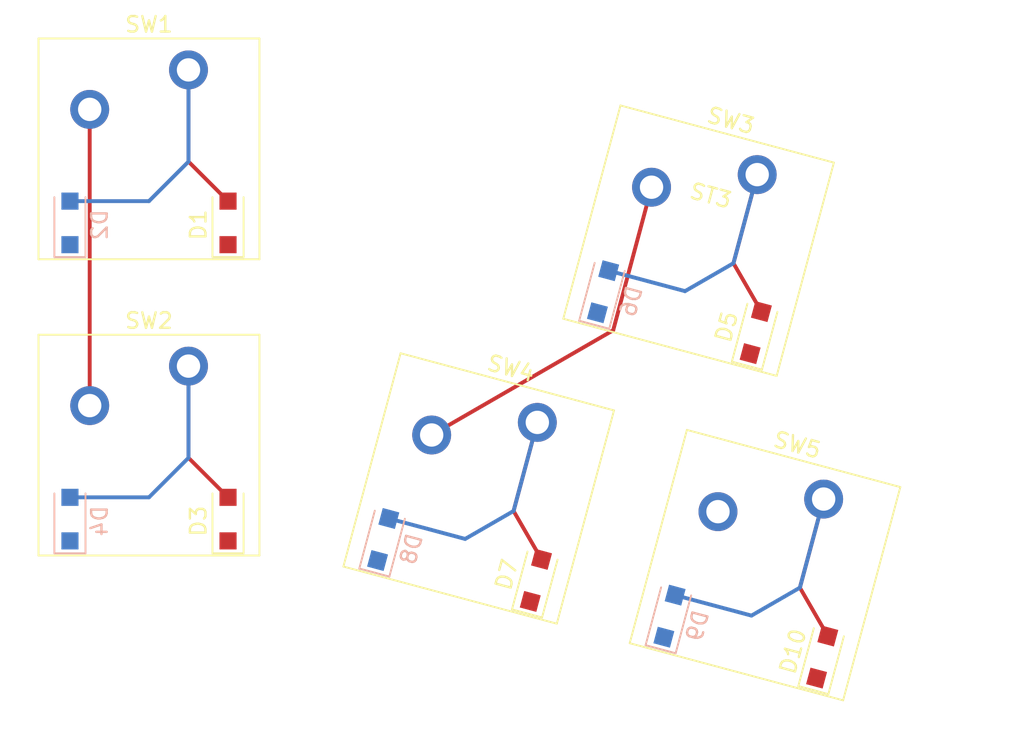
<source format=kicad_pcb>
(kicad_pcb (version 20211014) (generator pcbnew)
  (layers (0 "F.Cu" signal) (31 "B.Cu" signal) (34 "B.Paste" user) (35 "F.Paste" user) (36 "B.SilkS" user "B.Silkscreen") (37 "F.SilkS" user "F.Silkscreen") (38 "B.Mask" user) (39 "F.Mask" user) (44 "Edge.Cuts" user))
  (net 0 "")
  (net 1 "COL0")
  (net 2 "COL1")
  (net 3 "COL2")
  (net 4 "N$1")
  (net 5 "N$2")
  (net 6 "N$3")
  (net 7 "N$4")
  (net 8 "N$5")
  (net 9 "ROW0")
  (net 10 "ROW1")
  (footprint "Diode_SMD:D_SOD-123F" (layer "F.Cu") (at 39.605 39.285 90)
    (fp_text reference "D1" (at -0.127 -1.905 90) (layer "F.SilkS"))
    (fp_text value "D")
    (fp_line (start -2.2 -1) (end 1.65 -1) (layer "F.SilkS") (width 0.12))
    (fp_line (start -2.2 -1) (end -2.2 1) (layer "F.SilkS") (width 0.12))
    (fp_line (start -2.2 1) (end 1.65 1) (layer "F.SilkS") (width 0.12))
    (pad "1" smd rect (at -1.4 0 90) (size 1.1 1.1) (layers "F.Cu" "F.Paste" "F.Mask") (net 9 "ROW0"))
    (pad "2" smd rect (at 1.4 0 90) (size 1.1 1.1) (layers "F.Cu" "F.Paste" "F.Mask") (net 4 "N$1"))
  )
  (footprint "Diode_SMD:D_SOD-123F" (layer "F.Cu") (at 39.605 58.335 90)
    (fp_text reference "D3" (at -0.127 -1.905 90) (layer "F.SilkS"))
    (fp_text value "D")
    (fp_line (start -2.2 1) (end 1.65 1) (layer "F.SilkS") (width 0.12))
    (fp_line (start -2.2 -1) (end -2.2 1) (layer "F.SilkS") (width 0.12))
    (fp_line (start -2.2 -1) (end 1.65 -1) (layer "F.SilkS") (width 0.12))
    (pad "1" smd rect (at -1.4 0 90) (size 1.1 1.1) (layers "F.Cu" "F.Paste" "F.Mask") (net 10 "ROW1"))
    (pad "2" smd rect (at 1.4 0 90) (size 1.1 1.1) (layers "F.Cu" "F.Paste" "F.Mask") (net 5 "N$2"))
  )
  (footprint "Diode_SMD:D_SOD-123F" (layer "F.Cu") (at 73.521565 46.341779 75)
    (fp_text reference "D5" (at -0.127 -1.905 75) (layer "F.SilkS"))
    (fp_text value "D")
    (fp_line (start -2.2 -1) (end -2.2 1) (layer "F.SilkS") (width 0.12))
    (fp_line (start -2.2 1) (end 1.65 1) (layer "F.SilkS") (width 0.12))
    (fp_line (start -2.2 -1) (end 1.65 -1) (layer "F.SilkS") (width 0.12))
    (pad "1" smd rect (at -1.4 0 75) (size 1.1 1.1) (layers "F.Cu" "F.Paste" "F.Mask") (net 9 "ROW0"))
    (pad "2" smd rect (at 1.4 0 75) (size 1.1 1.1) (layers "F.Cu" "F.Paste" "F.Mask") (net 6 "N$3"))
  )
  (footprint "examples:Stabilizer_Cherry_MX_2u" (layer "F.Cu") (at 69.846641 40.429172 -15)
    (fp_text reference "ST3" (at 0 -3 165) (layer "F.SilkS"))
    (fp_text value "MountingHole")
    (pad "" np_thru_hole circle locked (at -11.938 -6.985 345) (size 3.048 3.048) (drill 3.048) (layers *.Cu *.Mask))
    (pad "" np_thru_hole circle locked (at 11.938 -6.985 345) (size 3.048 3.048) (drill 3.048) (layers *.Cu *.Mask))
    (pad "" np_thru_hole circle locked (at 11.938 8.255 345) (size 3.9878 3.9878) (drill 3.9878) (layers *.Cu *.Mask))
    (pad "" np_thru_hole circle locked (at -11.938 8.255 345) (size 3.9878 3.9878) (drill 3.9878) (layers *.Cu *.Mask))
  )
  (footprint "examples:SW_Cherry_MX_PCB_1.00u" (layer "F.Cu") (at 34.525 34.525)
    (fp_text reference "SW1" (at 0 -8) (layer "F.SilkS"))
    (fp_text value "SW_Push")
    (fp_line (start -7.1 7.1) (end 7.1 7.1) (layer "F.SilkS") (width 0.12))
    (fp_line (start 7.1 -7.1) (end -7.1 -7.1) (layer "F.SilkS") (width 0.12))
    (fp_line (start -7.1 -7.1) (end -7.1 7.1) (layer "F.SilkS") (width 0.12))
    (fp_line (start 7.1 7.1) (end 7.1 -7.1) (layer "F.SilkS") (width 0.12))
    (pad "" np_thru_hole circle locked (at 5.08 0) (size 1.75 1.75) (drill 1.75) (layers *.Cu *.Mask))
    (pad "" np_thru_hole circle locked (at 0 0) (size 4 4) (drill 4) (layers *.Cu *.Mask))
    (pad "" np_thru_hole circle locked (at -5.08 0) (size 1.75 1.75) (drill 1.75) (layers *.Cu *.Mask))
    (pad "1" thru_hole circle locked (at -3.81 -2.54) (size 2.5 2.5) (drill 1.5) (layers *.Cu "B.Mask") (net 1 "COL0"))
    (pad "2" thru_hole circle locked (at 2.54 -5.08) (size 2.5 2.5) (drill 1.5) (layers *.Cu "B.Mask") (net 4 "N$1"))
  )
  (footprint "examples:SW_Cherry_MX_PCB_1.00u" (layer "F.Cu") (at 34.525 53.575)
    (fp_text reference "SW2" (at 0 -8) (layer "F.SilkS"))
    (fp_text value "SW_Push")
    (fp_line (start 7.1 -7.1) (end -7.1 -7.1) (layer "F.SilkS") (width 0.12))
    (fp_line (start -7.1 -7.1) (end -7.1 7.1) (layer "F.SilkS") (width 0.12))
    (fp_line (start -7.1 7.1) (end 7.1 7.1) (layer "F.SilkS") (width 0.12))
    (fp_line (start 7.1 7.1) (end 7.1 -7.1) (layer "F.SilkS") (width 0.12))
    (pad "" np_thru_hole circle locked (at 0 0) (size 4 4) (drill 4) (layers *.Cu *.Mask))
    (pad "" np_thru_hole circle locked (at 5.08 0) (size 1.75 1.75) (drill 1.75) (layers *.Cu *.Mask))
    (pad "" np_thru_hole circle locked (at -5.08 0) (size 1.75 1.75) (drill 1.75) (layers *.Cu *.Mask))
    (pad "1" thru_hole circle locked (at -3.81 -2.54) (size 2.5 2.5) (drill 1.5) (layers *.Cu "B.Mask") (net 1 "COL0"))
    (pad "2" thru_hole circle locked (at 2.54 -5.08) (size 2.5 2.5) (drill 1.5) (layers *.Cu "B.Mask") (net 5 "N$2"))
  )
  (footprint "examples:SW_Cherry_MX_PCB_2.00u" (layer "F.Cu") (at 69.846641 40.429172 -15)
    (fp_text reference "SW3" (at 0 -8 165) (layer "F.SilkS"))
    (fp_text value "SW_Push")
    (fp_line (start -7.1 -7.1) (end -7.1 7.1) (layer "F.SilkS") (width 0.12))
    (fp_line (start -7.1 7.1) (end 7.1 7.1) (layer "F.SilkS") (width 0.12))
    (fp_line (start 7.1 -7.1) (end -7.1 -7.1) (layer "F.SilkS") (width 0.12))
    (fp_line (start 7.1 7.1) (end 7.1 -7.1) (layer "F.SilkS") (width 0.12))
    (pad "" np_thru_hole circle locked (at 0 0 345) (size 4 4) (drill 4) (layers *.Cu *.Mask))
    (pad "" np_thru_hole circle locked (at -5.08 0 345) (size 1.75 1.75) (drill 1.75) (layers *.Cu *.Mask))
    (pad "" np_thru_hole circle locked (at 5.08 0 345) (size 1.75 1.75) (drill 1.75) (layers *.Cu *.Mask))
    (pad "1" thru_hole circle locked (at -3.81 -2.54 345) (size 2.5 2.5) (drill 1.5) (layers *.Cu "B.Mask") (net 2 "COL1"))
    (pad "2" thru_hole circle locked (at 2.54 -5.08 345) (size 2.5 2.5) (drill 1.5) (layers *.Cu "B.Mask") (net 6 "N$3"))
  )
  (footprint "examples:SW_Cherry_MX_PCB_1.00u" (layer "F.Cu") (at 55.715695 56.364808 -15)
    (fp_text reference "SW4" (at 0 -8 165) (layer "F.SilkS"))
    (fp_text value "SW_Push")
    (fp_line (start -7.1 7.1) (end 7.1 7.1) (layer "F.SilkS") (width 0.12))
    (fp_line (start 7.1 7.1) (end 7.1 -7.1) (layer "F.SilkS") (width 0.12))
    (fp_line (start -7.1 -7.1) (end -7.1 7.1) (layer "F.SilkS") (width 0.12))
    (fp_line (start 7.1 -7.1) (end -7.1 -7.1) (layer "F.SilkS") (width 0.12))
    (pad "" np_thru_hole circle locked (at -5.08 0 345) (size 1.75 1.75) (drill 1.75) (layers *.Cu *.Mask))
    (pad "" np_thru_hole circle locked (at 0 0 345) (size 4 4) (drill 4) (layers *.Cu *.Mask))
    (pad "" np_thru_hole circle locked (at 5.08 0 345) (size 1.75 1.75) (drill 1.75) (layers *.Cu *.Mask))
    (pad "1" thru_hole circle locked (at -3.81 -2.54 345) (size 2.5 2.5) (drill 1.5) (layers *.Cu "B.Mask") (net 2 "COL1"))
    (pad "2" thru_hole circle locked (at 2.54 -5.08 345) (size 2.5 2.5) (drill 1.5) (layers *.Cu "B.Mask") (net 7 "N$4"))
  )
  (footprint "examples:SW_Cherry_MX_PCB_1.00u" (layer "F.Cu") (at 74.116582 61.295311 -15)
    (fp_text reference "SW5" (at 0 -8 165) (layer "F.SilkS"))
    (fp_text value "SW_Push")
    (fp_line (start -7.1 -7.1) (end -7.1 7.1) (layer "F.SilkS") (width 0.12))
    (fp_line (start 7.1 7.1) (end 7.1 -7.1) (layer "F.SilkS") (width 0.12))
    (fp_line (start -7.1 7.1) (end 7.1 7.1) (layer "F.SilkS") (width 0.12))
    (fp_line (start 7.1 -7.1) (end -7.1 -7.1) (layer "F.SilkS") (width 0.12))
    (pad "" np_thru_hole circle locked (at 5.08 0 345) (size 1.75 1.75) (drill 1.75) (layers *.Cu *.Mask))
    (pad "" np_thru_hole circle locked (at -5.08 0 345) (size 1.75 1.75) (drill 1.75) (layers *.Cu *.Mask))
    (pad "" np_thru_hole circle locked (at 0 0 345) (size 4 4) (drill 4) (layers *.Cu *.Mask))
    (pad "1" thru_hole circle locked (at -3.81 -2.54 345) (size 2.5 2.5) (drill 1.5) (layers *.Cu "B.Mask") (net 3 "COL2"))
    (pad "2" thru_hole circle locked (at 2.54 -5.08 345) (size 2.5 2.5) (drill 1.5) (layers *.Cu "B.Mask") (net 8 "N$5"))
  )
  (footprint "Diode_SMD:D_SOD-123F" (layer "F.Cu") (at 59.390619 62.277415 75)
    (fp_text reference "D7" (at -0.127 -1.905 75) (layer "F.SilkS"))
    (fp_text value "D")
    (fp_line (start -2.2 -1) (end -2.2 1) (layer "F.SilkS") (width 0.12))
    (fp_line (start -2.2 1) (end 1.65 1) (layer "F.SilkS") (width 0.12))
    (fp_line (start -2.2 -1) (end 1.65 -1) (layer "F.SilkS") (width 0.12))
    (pad "1" smd rect (at -1.4 0 75) (size 1.1 1.1) (layers "F.Cu" "F.Paste" "F.Mask") (net 10 "ROW1"))
    (pad "2" smd rect (at 1.4 0 75) (size 1.1 1.1) (layers "F.Cu" "F.Paste" "F.Mask") (net 7 "N$4"))
  )
  (footprint "Diode_SMD:D_SOD-123F" (layer "F.Cu") (at 77.791506 67.207918 75)
    (fp_text reference "D10" (at -0.127 -1.905 75) (layer "F.SilkS"))
    (fp_text value "D")
    (fp_line (start -2.2 -1) (end 1.65 -1) (layer "F.SilkS") (width 0.12))
    (fp_line (start -2.2 -1) (end -2.2 1) (layer "F.SilkS") (width 0.12))
    (fp_line (start -2.2 1) (end 1.65 1) (layer "F.SilkS") (width 0.12))
    (pad "1" smd rect (at -1.4 0 75) (size 1.1 1.1) (layers "F.Cu" "F.Paste" "F.Mask") (net 10 "ROW1"))
    (pad "2" smd rect (at 1.4 0 75) (size 1.1 1.1) (layers "F.Cu" "F.Paste" "F.Mask") (net 8 "N$5"))
  )
  (footprint "Diode_SMD:D_SOD-123F" (layer "B.Cu") (at 29.445 39.285 90)
    (fp_text reference "D2" (at -0.127 1.905 90) (layer "B.SilkS") (effects (justify mirror)))
    (fp_text value "D")
    (fp_line (start -2.2 1) (end 1.65 1) (layer "B.SilkS") (width 0.12))
    (fp_line (start -2.2 1) (end -2.2 -1) (layer "B.SilkS") (width 0.12))
    (fp_line (start -2.2 -1) (end 1.65 -1) (layer "B.SilkS") (width 0.12))
    (pad "1" smd rect (at -1.4 0 90) (size 1.1 1.1) (layers "B.Cu" "B.Paste" "B.Mask") (net 9 "ROW0"))
    (pad "2" smd rect (at 1.4 0 90) (size 1.1 1.1) (layers "B.Cu" "B.Paste" "B.Mask") (net 4 "N$1"))
  )
  (footprint "Diode_SMD:D_SOD-123F" (layer "B.Cu") (at 29.445 58.335 90)
    (fp_text reference "D4" (at -0.127 1.905 270) (layer "B.SilkS") (effects (justify mirror)))
    (fp_text value "D")
    (fp_line (start -2.2 -1) (end 1.65 -1) (layer "B.SilkS") (width 0.12))
    (fp_line (start -2.2 1) (end 1.65 1) (layer "B.SilkS") (width 0.12))
    (fp_line (start -2.2 1) (end -2.2 -1) (layer "B.SilkS") (width 0.12))
    (pad "1" smd rect (at -1.4 0 90) (size 1.1 1.1) (layers "B.Cu" "B.Paste" "B.Mask") (net 10 "ROW1"))
    (pad "2" smd rect (at 1.4 0 90) (size 1.1 1.1) (layers "B.Cu" "B.Paste" "B.Mask") (net 5 "N$2"))
  )
  (footprint "Diode_SMD:D_SOD-123F" (layer "B.Cu") (at 63.70776 43.712178 75)
    (fp_text reference "D6" (at -0.127 1.905 75) (layer "B.SilkS") (effects (justify mirror)))
    (fp_text value "D")
    (fp_line (start -2.2 -1) (end 1.65 -1) (layer "B.SilkS") (width 0.12))
    (fp_line (start -2.2 1) (end -2.2 -1) (layer "B.SilkS") (width 0.12))
    (fp_line (start -2.2 1) (end 1.65 1) (layer "B.SilkS") (width 0.12))
    (pad "1" smd rect (at -1.4 0 75) (size 1.1 1.1) (layers "B.Cu" "B.Paste" "B.Mask") (net 9 "ROW0"))
    (pad "2" smd rect (at 1.4 0 75) (size 1.1 1.1) (layers "B.Cu" "B.Paste" "B.Mask") (net 6 "N$3"))
  )
  (footprint "Diode_SMD:D_SOD-123F" (layer "B.Cu") (at 67.977701 64.578317 75)
    (fp_text reference "D9" (at -0.127 1.905 75) (layer "B.SilkS") (effects (justify mirror)))
    (fp_text value "D")
    (fp_line (start -2.2 1) (end 1.65 1) (layer "B.SilkS") (width 0.12))
    (fp_line (start -2.2 1) (end -2.2 -1) (layer "B.SilkS") (width 0.12))
    (fp_line (start -2.2 -1) (end 1.65 -1) (layer "B.SilkS") (width 0.12))
    (pad "1" smd rect (at -1.4 0 75) (size 1.1 1.1) (layers "B.Cu" "B.Paste" "B.Mask") (net 10 "ROW1"))
    (pad "2" smd rect (at 1.4 0 75) (size 1.1 1.1) (layers "B.Cu" "B.Paste" "B.Mask") (net 8 "N$5"))
  )
  (footprint "Diode_SMD:D_SOD-123F" (layer "B.Cu") (at 49.576814 59.647814 75)
    (fp_text reference "D8" (at -0.127 1.905 75) (layer "B.SilkS") (effects (justify mirror)))
    (fp_text value "D")
    (fp_line (start -2.2 1) (end -2.2 -1) (layer "B.SilkS") (width 0.12))
    (fp_line (start -2.2 -1) (end 1.65 -1) (layer "B.SilkS") (width 0.12))
    (fp_line (start -2.2 1) (end 1.65 1) (layer "B.SilkS") (width 0.12))
    (pad "1" smd rect (at -1.4 0 75) (size 1.1 1.1) (layers "B.Cu" "B.Paste" "B.Mask") (net 10 "ROW1"))
    (pad "2" smd rect (at 1.4 0 75) (size 1.1 1.1) (layers "B.Cu" "B.Paste" "B.Mask") (net 7 "N$4"))
  )
  (segment (start 30.715 31.985) (end 30.715 51.035) (width 0.25) (layer "F.Cu") (net 1))
  (segment (start 52.692918 52.925256) (end 64.358612 46.190062) (width 0.25) (layer "F.Cu") (net 2))
  (segment (start 64.358612 46.190062) (end 66.823864 36.98962) (width 0.25) (layer "F.Cu") (net 2))
  (segment (start 37.065 35.345) (end 37.065 29.445) (width 0.25) (layer "F.Cu") (net 4))
  (segment (start 39.605 37.885) (end 37.065 35.345) (width 0.25) (layer "F.Cu") (net 4))
  (segment (start 34.523759 37.885) (end 37.065 35.343759) (width 0.25) (layer "B.Cu") (net 4))
  (segment (start 37.065 35.343759) (end 37.065 29.445) (width 0.25) (layer "B.Cu") (net 4))
  (segment (start 29.445 37.885) (end 34.523759 37.885) (width 0.25) (layer "B.Cu") (net 4))
  (segment (start 37.065 54.395) (end 37.065 48.495) (width 0.25) (layer "F.Cu") (net 5))
  (segment (start 39.605 56.935) (end 37.065 54.395) (width 0.25) (layer "F.Cu") (net 5))
  (segment (start 34.523759 56.935) (end 37.065 54.393759) (width 0.25) (layer "B.Cu") (net 5))
  (segment (start 37.065 54.393759) (end 37.065 48.495) (width 0.25) (layer "B.Cu") (net 5))
  (segment (start 29.445 56.935) (end 34.523759 56.935) (width 0.25) (layer "B.Cu") (net 5))
  (segment (start 72.087861 41.878632) (end 73.614893 36.179669) (width 0.25) (layer "F.Cu") (net 6))
  (segment (start 73.883912 44.989484) (end 72.087861 41.878632) (width 0.25) (layer "F.Cu") (net 6))
  (segment (start 68.97581 43.674362) (end 72.088182 41.877433) (width 0.25) (layer "B.Cu") (net 6))
  (segment (start 72.088182 41.877433) (end 73.614893 36.179669) (width 0.25) (layer "B.Cu") (net 6))
  (segment (start 64.070106 42.359882) (end 68.97581 43.674362) (width 0.25) (layer "B.Cu") (net 6))
  (segment (start 57.956915 57.814268) (end 59.483947 52.115305) (width 0.25) (layer "F.Cu") (net 7))
  (segment (start 59.752966 60.92512) (end 57.956915 57.814268) (width 0.25) (layer "F.Cu") (net 7))
  (segment (start 54.844864 59.609998) (end 57.957236 57.813069) (width 0.25) (layer "B.Cu") (net 7))
  (segment (start 57.957236 57.813069) (end 59.483947 52.115305) (width 0.25) (layer "B.Cu") (net 7))
  (segment (start 49.93916 58.295518) (end 54.844864 59.609998) (width 0.25) (layer "B.Cu") (net 7))
  (segment (start 76.357802 62.744771) (end 77.884834 57.045808) (width 0.25) (layer "F.Cu") (net 8))
  (segment (start 78.153853 65.855623) (end 76.357802 62.744771) (width 0.25) (layer "F.Cu") (net 8))
  (segment (start 73.245751 64.540501) (end 76.358123 62.743572) (width 0.25) (layer "B.Cu") (net 8))
  (segment (start 76.358123 62.743572) (end 77.884834 57.045808) (width 0.25) (layer "B.Cu") (net 8))
  (segment (start 68.340047 63.226021) (end 73.245751 64.540501) (width 0.25) (layer "B.Cu") (net 8))
)
</source>
